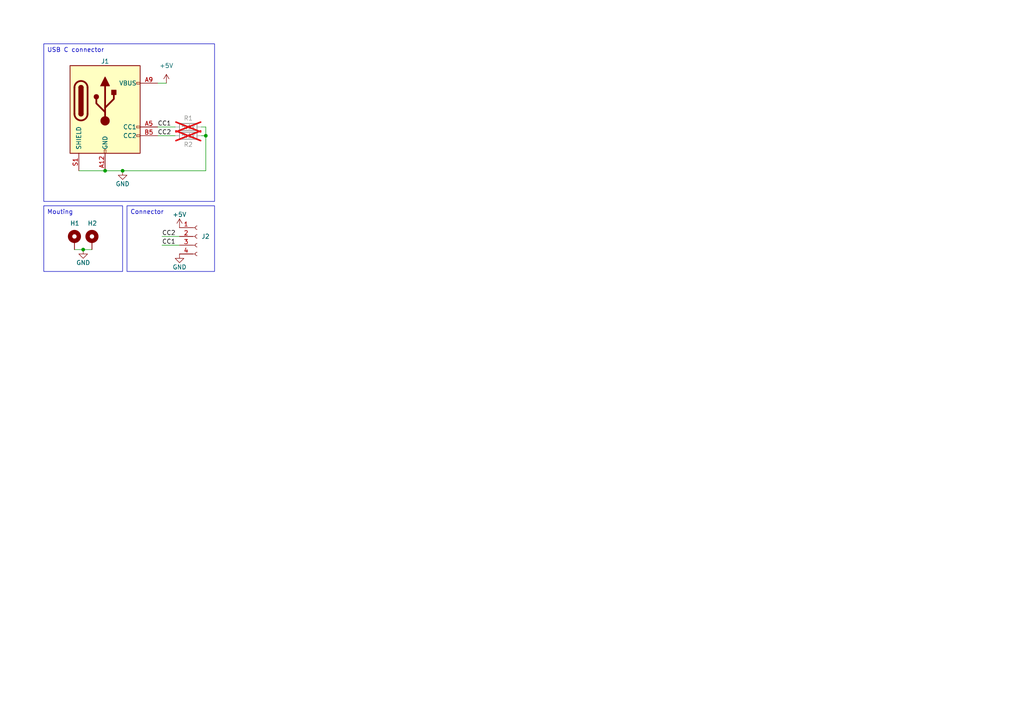
<source format=kicad_sch>
(kicad_sch (version 20230121) (generator eeschema)
  (paper "A4")
  (title_block (title "USB C montage panneau") (date "2024-01-22") (rev "1.0"))
  (lib_symbols
    (symbol "Connector:Conn_01x04_Socket" (pin_names (offset 1.016) hide)
      (property "Reference" "J" (at 0 5.08 0))
      (property "Value" "Conn_01x04_Socket" (at 0 -7.62 0))
      (symbol "Conn_01x04_Socket_1_1"
        (arc (start 0 -4.572) (mid -0.5058 -5.08) (end 0 -5.588) (stroke (width 0.1524)))
        (arc (start 0 -2.032) (mid -0.5058 -2.54) (end 0 -3.048) (stroke (width 0.1524)))
        (polyline (pts (xy -1.27 -5.08) (xy -0.508 -5.08)) (stroke (width 0.1524)))
        (polyline (pts (xy -1.27 -2.54) (xy -0.508 -2.54)) (stroke (width 0.1524)))
        (polyline (pts (xy -1.27 0) (xy -0.508 0)) (stroke (width 0.1524)))
        (polyline (pts (xy -1.27 2.54) (xy -0.508 2.54)) (stroke (width 0.1524)))
        (arc (start 0 0.508) (mid -0.5058 0) (end 0 -0.508) (stroke (width 0.1524)))
        (arc (start 0 3.048) (mid -0.5058 2.54) (end 0 2.032) (stroke (width 0.1524)))
        (pin passive line (at -5.08 2.54 0) (length 3.81) (name "Pin_1") (number "1"))
        (pin passive line (at -5.08 0 0) (length 3.81) (name "Pin_2") (number "2"))
        (pin passive line (at -5.08 -2.54 0) (length 3.81) (name "Pin_3") (number "3"))
        (pin passive line (at -5.08 -5.08 0) (length 3.81) (name "Pin_4") (number "4"))
      )
    )
    (symbol "Connector:USB_C_Receptacle_PowerOnly_6P" (pin_names (offset 1.016))
      (property "Reference" "J" (at 0 16.51 0))
      (property "Value" "USB_C_Receptacle_PowerOnly_6P" (at 0 13.97 0))
      (symbol "USB_C_Receptacle_PowerOnly_6P_0_0"
        (rectangle (start -0.254 -12.7) (end 0.254 -11.684))
        (rectangle (start 10.16 -7.366) (end 9.144 -7.874))
        (rectangle (start 10.16 -4.826) (end 9.144 -5.334))
        (rectangle (start 10.16 7.874) (end 9.144 7.366))
      )
      (symbol "USB_C_Receptacle_PowerOnly_6P_0_1"
        (rectangle (start -10.16 12.7) (end 10.16 -12.7) (stroke (width 0.254)) (fill (type background)))
        (arc (start -8.89 -1.27) (mid -6.985 -3.1667) (end -5.08 -1.27) (stroke (width 0.508)))
        (arc (start -7.62 -1.27) (mid -6.985 -1.9023) (end -6.35 -1.27) (stroke (width 0.254)))
        (arc (start -7.62 -1.27) (mid -6.985 -1.9023) (end -6.35 -1.27) (stroke (width 0.254)) (fill (type outline)))
        (rectangle (start -7.62 -1.27) (end -6.35 6.35) (stroke (width 0.254)) (fill (type outline)))
        (arc (start -6.35 6.35) (mid -6.985 6.9823) (end -7.62 6.35) (stroke (width 0.254)))
        (arc (start -6.35 6.35) (mid -6.985 6.9823) (end -7.62 6.35) (stroke (width 0.254)) (fill (type outline)))
        (arc (start -5.08 6.35) (mid -6.985 8.2467) (end -8.89 6.35) (stroke (width 0.508)))
        (circle (center -2.54 3.683) (radius 0.635) (stroke (width 0.254)) (fill (type outline)))
        (circle (center 0 -3.302) (radius 1.27) (fill (type outline)))
        (polyline (pts (xy -8.89 -1.27) (xy -8.89 6.35)) (stroke (width 0.508)))
        (polyline (pts (xy -5.08 6.35) (xy -5.08 -1.27)) (stroke (width 0.508)))
        (polyline (pts (xy 0 -3.302) (xy 0 6.858)) (stroke (width 0.508)))
        (polyline (pts (xy 0 -0.762) (xy -2.54 1.778) (xy -2.54 3.048)) (stroke (width 0.508)))
        (polyline (pts (xy 0 0.508) (xy 2.54 3.048) (xy 2.54 4.318)) (stroke (width 0.508)))
        (polyline (pts (xy -1.27 6.858) (xy 0 9.398) (xy 1.27 6.858) (xy -1.27 6.858)) (stroke (width 0.254)) (fill (type outline)))
        (rectangle (start 1.905 4.318) (end 3.175 5.588) (stroke (width 0.254)) (fill (type outline)))
      )
      (symbol "USB_C_Receptacle_PowerOnly_6P_1_1"
        (pin passive line (at 0 -17.78 90) (length 5.08) (name "GND") (number "A12"))
        (pin bidirectional line (at 15.24 -5.08 180) (length 5.08) (name "CC1") (number "A5"))
        (pin passive line (at 15.24 7.62 180) (length 5.08) (name "VBUS") (number "A9"))
        (pin passive line (at 0 -17.78 90) (length 5.08) hide (name "GND") (number "B12"))
        (pin bidirectional line (at 15.24 -7.62 180) (length 5.08) (name "CC2") (number "B5"))
        (pin passive line (at 15.24 7.62 180) (length 5.08) hide (name "VBUS") (number "B9"))
        (pin passive line (at -7.62 -17.78 90) (length 5.08) (name "SHIELD") (number "S1"))
      )
    )
    (symbol "Device:R" (pin_numbers hide) (pin_names (offset 0))
      (property "Reference" "R" (at 2.032 0 90))
      (property "Value" "R" (at 0 0 90))
      (symbol "R_0_1"
        (rectangle (start -1.016 -2.54) (end 1.016 2.54) (stroke (width 0.254)))
      )
      (symbol "R_1_1"
        (pin passive line (at 0 3.81 270) (length 1.27) (name "~") (number "1"))
        (pin passive line (at 0 -3.81 90) (length 1.27) (name "~") (number "2"))
      )
    )
    (symbol "Mechanical:MountingHole_Pad" (pin_numbers hide) (pin_names (offset 1.016) hide)
      (property "Reference" "H" (at 0 6.35 0))
      (property "Value" "MountingHole_Pad" (at 0 4.445 0))
      (symbol "MountingHole_Pad_0_1"
        (circle (center 0 1.27) (radius 1.27) (stroke (width 1.27)))
      )
      (symbol "MountingHole_Pad_1_1"
        (pin input line (at 0 -2.54 90) (length 2.54) (name "1") (number "1"))
      )
    )
    (symbol "power:+5V" (power) (pin_names (offset 0))
      (property "Value" "+5V" (at 0 3.556 0))
      (symbol "+5V_0_1"
        (polyline (pts (xy -0.762 1.27) (xy 0 2.54)))
        (polyline (pts (xy 0 0) (xy 0 2.54)))
        (polyline (pts (xy 0 2.54) (xy 0.762 1.27)))
      )
      (symbol "+5V_1_1"
        (pin power_in line (at 0 0 90) (length 0) hide (name "+5V") (number "1"))
      )
    )
    (symbol "power:GND" (power) (pin_names (offset 0))
      (property "Value" "GND" (at 0 -3.81 0))
      (symbol "GND_0_1"
        (polyline (pts (xy 0 0) (xy 0 -1.27) (xy 1.27 -1.27) (xy 0 -2.54) (xy -1.27 -1.27) (xy 0 -1.27)))
      )
      (symbol "GND_1_1"
        (pin power_in line (at 0 0 270) (length 0) hide (name "GND") (number "1"))
      )
    )
  )
  (junction (at 24.13 72.39))
  (junction (at 35.56 49.53))
  (junction (at 59.69 39.37))
  (junction (at 30.48 49.53))
  (wire (pts (xy 58.42 39.37) (xy 59.69 39.37)))
  (wire (pts (xy 58.42 36.83) (xy 59.69 36.83)))
  (wire (pts (xy 24.13 72.39) (xy 26.67 72.39)))
  (wire (pts (xy 30.48 49.53) (xy 35.56 49.53)))
  (wire (pts (xy 46.99 68.58) (xy 52.07 68.58)))
  (wire (pts (xy 21.59 72.39) (xy 24.13 72.39)))
  (wire (pts (xy 59.69 39.37) (xy 59.69 49.53)))
  (wire (pts (xy 45.72 39.37) (xy 50.8 39.37)))
  (wire (pts (xy 46.99 71.12) (xy 52.07 71.12)))
  (wire (pts (xy 35.56 49.53) (xy 59.69 49.53)))
  (wire (pts (xy 22.86 49.53) (xy 30.48 49.53)))
  (wire (pts (xy 45.72 36.83) (xy 50.8 36.83)))
  (wire (pts (xy 48.26 24.13) (xy 45.72 24.13)))
  (wire (pts (xy 59.69 36.83) (xy 59.69 39.37)))
  (text_box "Mouting\n" (at 12.7 59.69 0) (size 22.86 19.05) (effects (font (size 1.27 1.27)) (justify left top)))
  (text_box "Connector\n\n" (at 36.83 59.69 0) (size 25.4 19.05) (effects (font (size 1.27 1.27)) (justify left top)))
  (text_box "USB C connector\n" (at 12.7 12.7 0) (size 49.53 45.72) (effects (font (size 1.27 1.27)) (justify left top)))
  (label "CC2" (at 46.99 68.58 0))
  (label "CC2" (at 45.72 39.37 0))
  (label "CC1" (at 45.72 36.83 0))
  (label "CC1" (at 46.99 71.12 0))
  (symbol (lib_id "Connector:Conn_01x04_Socket") (at 57.15 68.58 0) (unit 1)
    (property "Reference" "J2" (at 58.42 68.58 0) (effects (justify left)))
    (property "Value" "Conn_01x04_Socket" (effects hide))
    (property "Footprint" "Connector_PinSocket_2.54mm:PinSocket_1x04_P2.54mm_Vertical" (effects hide))
  )
  (symbol (lib_id "power:GND") (at 52.07 73.66 0) (unit 1)
    (property "Reference" "#PWR03" (effects hide))
    (property "Value" "GND" (at 52.07 77.47 0))
  )
  (symbol (lib_id "Mechanical:MountingHole_Pad") (at 26.67 69.85 0) (unit 1)
    (property "Reference" "H2" (at 25.4 64.77 0) (effects (justify left)))
    (property "Value" "MountingHole_Pad" (effects hide))
    (property "Footprint" "Mounting_Wuerth:Mounting_Wuerth_WA-SMSI-M3_H3mm_9774030360" (effects hide))
  )
  (symbol (lib_id "power:GND") (at 24.13 72.39 0) (unit 1)
    (property "Reference" "#PWR02" (effects hide))
    (property "Value" "GND" (at 24.13 76.2 0))
  )
  (symbol (lib_id "Mechanical:MountingHole_Pad") (at 21.59 69.85 0) (unit 1)
    (property "Reference" "H1" (at 20.32 64.77 0) (effects (justify left)))
    (property "Value" "MountingHole_Pad" (effects hide))
    (property "Footprint" "Mounting_Wuerth:Mounting_Wuerth_WA-SMSI-M3_H3mm_9774030360" (effects hide))
  )
  (symbol (lib_id "power:+5V") (at 52.07 66.04 0) (unit 1)
    (property "Reference" "#PWR05" (effects hide))
    (property "Value" "+5V" (at 52.07 62.23 0))
  )
  (symbol (lib_id "power:GND") (at 35.56 49.53 0) (unit 1)
    (property "Reference" "#PWR01" (effects hide))
    (property "Value" "GND" (at 35.56 53.34 0))
  )
  (symbol (lib_id "Connector:USB_C_Receptacle_PowerOnly_6P") (at 30.48 31.75 0) (unit 1)
    (property "Reference" "J1" (at 30.48 17.78 0))
    (property "Value" "USB_C_Receptacle_PowerOnly_6P" (effects hide))
    (property "Footprint" "ConnectorsEvo:GCT_USB4140-GF-0170-C_REV0.4" (effects hide))
    (property "Datasheet" "https://www.usb.org/sites/default/files/documents/usb_type-c.zip" (effects hide))
  )
  (symbol (lib_id "Device:R") (at 54.61 36.83 90) (unit 1) (in_bom no) (dnp yes)
    (property "Reference" "R1" (at 54.61 34.29 90))
    (property "Value" "5.1k" (at 54.61 36.83 90))
    (property "Footprint" "Resistor_SMD:R_0603_1608Metric" (effects hide))
  )
  (symbol (lib_id "power:+5V") (at 48.26 24.13 0) (unit 1)
    (property "Reference" "#PWR04" (effects hide))
    (property "Value" "+5V" (at 48.26 19.05 0))
  )
  (symbol (lib_id "Device:R") (at 54.61 39.37 90) (unit 1) (in_bom no) (dnp yes)
    (property "Reference" "R2" (at 54.61 41.91 90))
    (property "Value" "5.1k" (at 54.61 39.37 90))
    (property "Footprint" "Resistor_SMD:R_0603_1608Metric" (effects hide))
  )
)
</source>
